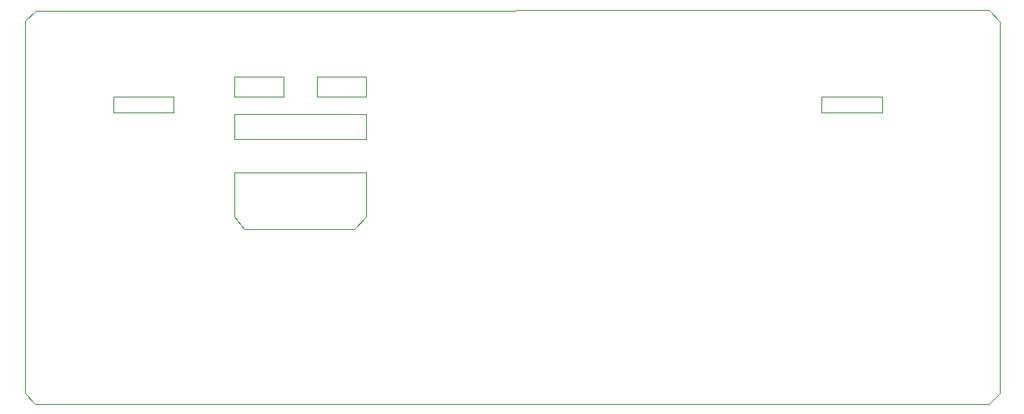
<source format=gbr>
%TF.GenerationSoftware,KiCad,Pcbnew,(5.1.9)-1*%
%TF.CreationDate,2021-11-07T21:10:23+00:00*%
%TF.ProjectId,RGBtoHDMI Amiga Denise CPLD FFC - CDTV Video Slot - Face Plate,52474274-6f48-4444-9d49-20416d696761,1*%
%TF.SameCoordinates,Original*%
%TF.FileFunction,Profile,NP*%
%FSLAX46Y46*%
G04 Gerber Fmt 4.6, Leading zero omitted, Abs format (unit mm)*
G04 Created by KiCad (PCBNEW (5.1.9)-1) date 2021-11-07 21:10:23*
%MOMM*%
%LPD*%
G01*
G04 APERTURE LIST*
%TA.AperFunction,Profile*%
%ADD10C,0.050000*%
%TD*%
G04 APERTURE END LIST*
D10*
X103505000Y-82219800D02*
X104648000Y-80949800D01*
X92329000Y-82219800D02*
X91313000Y-80949800D01*
X104648000Y-70535800D02*
X104648000Y-73075800D01*
X104648000Y-73075800D02*
X91313000Y-73075800D01*
X104648000Y-70535800D02*
X91313000Y-70535800D01*
X91313000Y-70535800D02*
X91313000Y-73075800D01*
X104698800Y-66738500D02*
X99695000Y-66738500D01*
X104698800Y-68745100D02*
X104698800Y-66738500D01*
X99695000Y-68745100D02*
X104698800Y-68745100D01*
X99695000Y-66738500D02*
X99695000Y-68745100D01*
X96316800Y-66725800D02*
X91325700Y-66725800D01*
X96316800Y-68732400D02*
X96316800Y-66725800D01*
X91325700Y-68732400D02*
X96316800Y-68732400D01*
X91325700Y-66725800D02*
X91325700Y-68732400D01*
X157086300Y-68795900D02*
X150926800Y-68795900D01*
X157086300Y-70396100D02*
X157086300Y-68795900D01*
X150926800Y-70396100D02*
X157086300Y-70396100D01*
X150926800Y-68795900D02*
X150926800Y-70396100D01*
X85140800Y-68808600D02*
X78994000Y-68808600D01*
X85140800Y-70408800D02*
X85140800Y-68808600D01*
X78994000Y-70408800D02*
X85140800Y-70408800D01*
X78994000Y-68808600D02*
X78994000Y-70408800D01*
X103505000Y-82219800D02*
X92329000Y-82219800D01*
X104648000Y-76504800D02*
X104648000Y-80949800D01*
X91313000Y-76504800D02*
X104648000Y-76504800D01*
X91313000Y-80949800D02*
X91313000Y-76504800D01*
X70002400Y-98882200D02*
X71081900Y-99999800D01*
X168998900Y-98920300D02*
X167881300Y-99999800D01*
X168998900Y-61112400D02*
X167919400Y-59994800D01*
X70002400Y-61087000D02*
X71120000Y-60007500D01*
X168998900Y-61112400D02*
X168998900Y-98920300D01*
X71081900Y-99999800D02*
X167881300Y-99999800D01*
X71120000Y-60007500D02*
X167919400Y-59994800D01*
X70002400Y-61087000D02*
X70002400Y-98882200D01*
M02*

</source>
